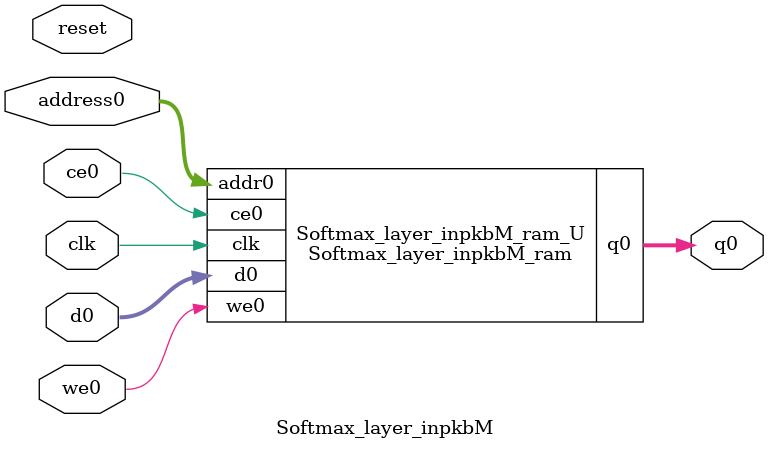
<source format=v>
`timescale 1 ns / 1 ps
module Softmax_layer_inpkbM_ram (addr0, ce0, d0, we0, q0,  clk);

parameter DWIDTH = 32;
parameter AWIDTH = 4;
parameter MEM_SIZE = 12;

input[AWIDTH-1:0] addr0;
input ce0;
input[DWIDTH-1:0] d0;
input we0;
output reg[DWIDTH-1:0] q0;
input clk;

(* ram_style = "distributed" *)reg [DWIDTH-1:0] ram[0:MEM_SIZE-1];




always @(posedge clk)  
begin 
    if (ce0) begin
        if (we0) 
            ram[addr0] <= d0; 
        q0 <= ram[addr0];
    end
end


endmodule

`timescale 1 ns / 1 ps
module Softmax_layer_inpkbM(
    reset,
    clk,
    address0,
    ce0,
    we0,
    d0,
    q0);

parameter DataWidth = 32'd32;
parameter AddressRange = 32'd12;
parameter AddressWidth = 32'd4;
input reset;
input clk;
input[AddressWidth - 1:0] address0;
input ce0;
input we0;
input[DataWidth - 1:0] d0;
output[DataWidth - 1:0] q0;



Softmax_layer_inpkbM_ram Softmax_layer_inpkbM_ram_U(
    .clk( clk ),
    .addr0( address0 ),
    .ce0( ce0 ),
    .we0( we0 ),
    .d0( d0 ),
    .q0( q0 ));

endmodule


</source>
